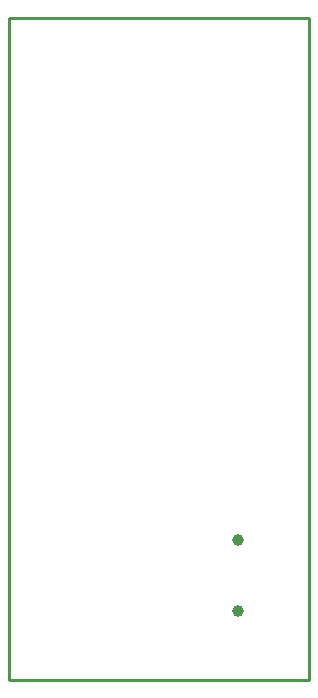
<source format=gbr>
G04*
G04 #@! TF.GenerationSoftware,Altium Limited,Altium Designer,24.9.1 (31)*
G04*
G04 Layer_Color=16711935*
%FSLAX25Y25*%
%MOIN*%
G70*
G04*
G04 #@! TF.SameCoordinates,65E441D1-A48C-4218-98E1-AC23B9FD057C*
G04*
G04*
G04 #@! TF.FilePolarity,Positive*
G04*
G01*
G75*
%ADD61C,0.01000*%
%ADD77C,0.03937*%
D61*
X97000Y97000D02*
Y317500D01*
X197000D01*
Y97000D02*
Y317500D01*
X97000Y97000D02*
X197000D01*
D77*
X173386Y119937D02*
D03*
Y143559D02*
D03*
M02*

</source>
